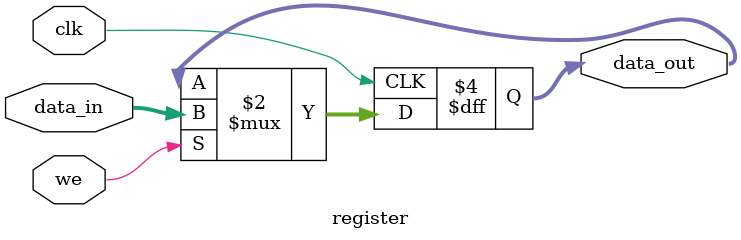
<source format=v>

`timescale 1ns / 1ps
// synopsys translate_on


module register
( data_in,
  data_out,
  we,
  clk
);

parameter WIDTH = 32; // default parameter of the register width
parameter DEFAULT_VAL= 0;

input [WIDTH-1:0] data_in;
input             we;
input             clk;

output [WIDTH-1:0] data_out;
reg    [WIDTH-1:0] data_out;



always @ (posedge clk)
begin
  if (we)                        // write
    data_out<=#1 data_in;
end



endmodule

</source>
